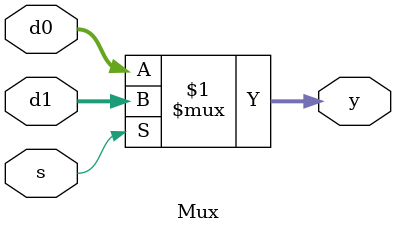
<source format=v>
`timescale 1ns / 1ps


module Mux
#(parameter width=32)
(d0,d1,s,y);
    input [width-1:0] d0,d1;
    input s;
    output [width-1:0] y;
    assign y= s ? d1:d0;
endmodule

</source>
